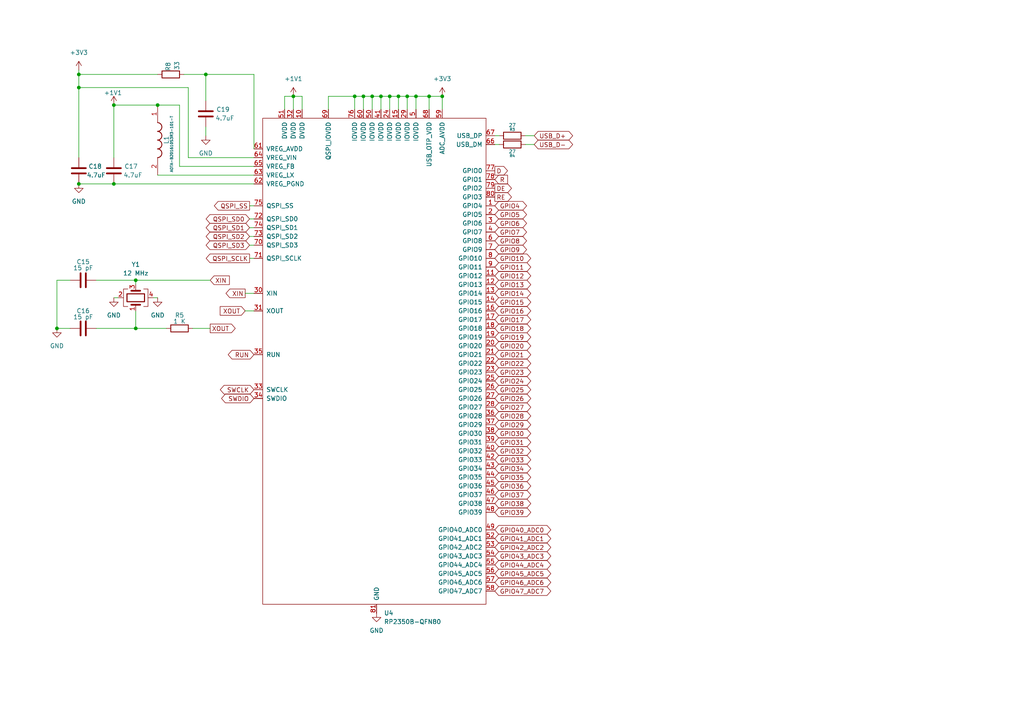
<source format=kicad_sch>
(kicad_sch (version 20250114) (generator "eeschema") (generator_version "9.0")
  (paper "A4")
  (lib_symbols
    (symbol "Device:C" (pin_numbers (hide yes)) (pin_names (offset 0.254))
      (property "Reference" "C" (at 0.635 2.54 0))
      (property "Value" "C" (at 0.635 -2.54 0))
      (symbol "C_0_1"
        (polyline (pts (xy -2.032 0.762) (xy 2.032 0.762)) (stroke (width 0.508)))
        (polyline (pts (xy -2.032 -0.762) (xy 2.032 -0.762)) (stroke (width 0.508)))
      )
      (symbol "C_1_1"
        (pin passive line (at 0 3.81 270) (length 2.794) (name "~") (number "1"))
        (pin passive line (at 0 -3.81 90) (length 2.794) (name "~") (number "2"))
      )
    )
    (symbol "Device:Crystal_GND24" (pin_names (offset 1.016) (hide yes))
      (property "Reference" "Y" (at 3.175 5.08 0))
      (property "Value" "Crystal_GND24" (at 3.175 3.175 0))
      (symbol "Crystal_GND24_0_1"
        (polyline (pts (xy -2.54 2.286) (xy -2.54 3.556) (xy 2.54 3.556) (xy 2.54 2.286)))
        (polyline (pts (xy -2.54 0) (xy -2.032 0)))
        (polyline (pts (xy -2.54 -2.286) (xy -2.54 -3.556) (xy 2.54 -3.556) (xy 2.54 -2.286)))
        (polyline (pts (xy -2.032 -1.27) (xy -2.032 1.27)) (stroke (width 0.508)))
        (rectangle (start -1.143 2.54) (end 1.143 -2.54) (stroke (width 0.3048)))
        (polyline (pts (xy 0 3.556) (xy 0 3.81)))
        (polyline (pts (xy 0 -3.81) (xy 0 -3.556)))
        (polyline (pts (xy 2.032 0) (xy 2.54 0)))
        (polyline (pts (xy 2.032 -1.27) (xy 2.032 1.27)) (stroke (width 0.508)))
      )
      (symbol "Crystal_GND24_1_1"
        (pin passive line (at -3.81 0 0) (length 1.27) (name "1") (number "1"))
        (pin passive line (at 0 5.08 270) (length 1.27) (name "2") (number "2"))
        (pin passive line (at 0 -5.08 90) (length 1.27) (name "4") (number "4"))
        (pin passive line (at 3.81 0 180) (length 1.27) (name "3") (number "3"))
      )
    )
    (symbol "Device:R" (pin_numbers (hide yes)) (pin_names (offset 0))
      (property "Reference" "R" (at 2.032 0 90))
      (property "Value" "R" (at 0 0 90))
      (symbol "R_0_1"
        (rectangle (start -1.016 -2.54) (end 1.016 2.54) (stroke (width 0.254)))
      )
      (symbol "R_1_1"
        (pin passive line (at 0 3.81 270) (length 1.27) (name "~") (number "1"))
        (pin passive line (at 0 -3.81 90) (length 1.27) (name "~") (number "2"))
      )
    )
    (symbol "PLB:AOTA-B201610S3R3-101-T" (pin_names (hide yes))
      (property "Reference" "L" (at 16.51 6.35 0))
      (property "Value" "AOTA-B201610S3R3-101-T" (at 16.51 3.81 0))
      (symbol "AOTA-B201610S3R3-101-T_1_1"
        (arc (start 5.08 0) (mid 6.35 1.219) (end 7.62 0) (stroke (width 0.254)))
        (arc (start 7.62 0) (mid 8.89 1.219) (end 10.16 0) (stroke (width 0.254)))
        (arc (start 10.16 0) (mid 11.43 1.219) (end 12.7 0) (stroke (width 0.254)))
        (arc (start 12.7 0) (mid 13.97 1.219) (end 15.24 0) (stroke (width 0.254)))
        (pin passive line (at 0 0 0) (length 5.08) (name "1") (number "1"))
        (pin passive line (at 20.32 0 180) (length 5.08) (name "2") (number "2"))
      )
    )
    (symbol "power:+1V1" (power) (pin_numbers (hide yes)) (pin_names (offset 0) (hide yes))
      (property "Value" "+1V1" (at 0 3.556 0))
      (symbol "+1V1_0_1"
        (polyline (pts (xy -0.762 1.27) (xy 0 2.54)))
        (polyline (pts (xy 0 2.54) (xy 0.762 1.27)))
        (polyline (pts (xy 0 0) (xy 0 2.54)))
      )
      (symbol "+1V1_1_1"
        (pin power_in line (at 0 0 90) (length 0) (name "~") (number "1"))
      )
    )
    (symbol "power:+3V3" (power) (pin_numbers (hide yes)) (pin_names (offset 0) (hide yes))
      (property "Value" "+3V3" (at 0 3.556 0))
      (symbol "+3V3_0_1"
        (polyline (pts (xy -0.762 1.27) (xy 0 2.54)))
        (polyline (pts (xy 0 2.54) (xy 0.762 1.27)))
        (polyline (pts (xy 0 0) (xy 0 2.54)))
      )
      (symbol "+3V3_1_1"
        (pin power_in line (at 0 0 90) (length 0) (name "~") (number "1"))
      )
    )
    (symbol "power:GND" (power) (pin_numbers (hide yes)) (pin_names (offset 0) (hide yes))
      (property "Value" "GND" (at 0 -3.81 0))
      (symbol "GND_0_1"
        (polyline (pts (xy 0 0) (xy 0 -1.27) (xy 1.27 -1.27) (xy 0 -2.54) (xy -1.27 -1.27) (xy 0 -1.27)))
      )
      (symbol "GND_1_1"
        (pin power_in line (at 0 0 270) (length 0) (name "~") (number "1"))
      )
    )
    (symbol "rp2350b-qfn80:RP2350B-QFN80" (pin_names (offset 1.016))
      (property "Reference" "U" (at 0 -1.27 0))
      (property "Value" "RP2350B-QFN80" (at 0 1.27 0))
      (symbol "RP2350B-QFN80_0_1"
        (rectangle (start 31.75 66.04) (end -33.02 -74.93))
      )
      (symbol "RP2350B-QFN80_1_0"
        (pin passive line (at 0 -77.47 90) (length 2.54) (name "GND") (number "81"))
      )
      (symbol "RP2350B-QFN80_1_1"
        (pin power_in line (at -35.56 57.15 0) (length 2.54) (name "VREG_AVDD") (number "61"))
        (pin power_in line (at -35.56 54.61 0) (length 2.54) (name "VREG_VIN") (number "64"))
        (pin power_in line (at -35.56 52.07 0) (length 2.54) (name "VREG_FB") (number "65"))
        (pin power_out line (at -35.56 49.53 0) (length 2.54) (name "VREG_LX") (number "63"))
        (pin passive line (at -35.56 46.99 0) (length 2.54) (name "VREG_PGND") (number "62"))
        (pin bidirectional line (at -35.56 40.64 0) (length 2.54) (name "QSPI_SS") (number "75"))
        (pin bidirectional line (at -35.56 36.83 0) (length 2.54) (name "QSPI_SD0") (number "72"))
        (pin bidirectional line (at -35.56 34.29 0) (length 2.54) (name "QSPI_SD1") (number "74"))
        (pin bidirectional line (at -35.56 31.75 0) (length 2.54) (name "QSPI_SD2") (number "73"))
        (pin bidirectional line (at -35.56 29.21 0) (length 2.54) (name "QSPI_SD3") (number "70"))
        (pin bidirectional line (at -35.56 25.4 0) (length 2.54) (name "QSPI_SCLK") (number "71"))
        (pin input line (at -35.56 15.24 0) (length 2.54) (name "XIN") (number "30"))
        (pin output line (at -35.56 10.16 0) (length 2.54) (name "XOUT") (number "31"))
        (pin input line (at -35.56 -2.54 0) (length 2.54) (name "RUN") (number "35"))
        (pin bidirectional line (at -35.56 -12.7 0) (length 2.54) (name "SWCLK") (number "33"))
        (pin bidirectional line (at -35.56 -15.24 0) (length 2.54) (name "SWDIO") (number "34"))
        (pin power_in line (at -26.67 68.58 270) (length 2.54) (name "DVDD") (number "51"))
        (pin power_in line (at -24.13 68.58 270) (length 2.54) (name "DVDD") (number "32"))
        (pin power_in line (at -21.59 68.58 270) (length 2.54) (name "DVDD") (number "10"))
        (pin bidirectional line (at -13.97 68.58 270) (length 2.54) (name "QSPI_IOVDD") (number "69"))
        (pin power_in line (at -6.35 68.58 270) (length 2.54) (name "IOVDD") (number "76"))
        (pin power_in line (at -3.81 68.58 270) (length 2.54) (name "IOVDD") (number "60"))
        (pin power_in line (at -1.27 68.58 270) (length 2.54) (name "IOVDD") (number "50"))
        (pin power_in line (at 1.27 68.58 270) (length 2.54) (name "IOVDD") (number "41"))
        (pin power_in line (at 3.81 68.58 270) (length 2.54) (name "IOVDD") (number "24"))
        (pin power_in line (at 6.35 68.58 270) (length 2.54) (name "IOVDD") (number "15"))
        (pin power_in line (at 8.89 68.58 270) (length 2.54) (name "IOVDD") (number "29"))
        (pin power_in line (at 11.43 68.58 270) (length 2.54) (name "IOVDD") (number "5"))
        (pin power_in line (at 15.24 68.58 270) (length 2.54) (name "USB_OTP_VDD") (number "68"))
        (pin power_in line (at 19.05 68.58 270) (length 2.54) (name "ADC_AVDD") (number "59"))
        (pin bidirectional line (at 34.29 60.96 180) (length 2.54) (name "USB_DP") (number "67"))
        (pin bidirectional line (at 34.29 58.42 180) (length 2.54) (name "USB_DM") (number "66"))
        (pin bidirectional line (at 34.29 50.8 180) (length 2.54) (name "GPIO0") (number "77"))
        (pin bidirectional line (at 34.29 48.26 180) (length 2.54) (name "GPIO1") (number "78"))
        (pin bidirectional line (at 34.29 45.72 180) (length 2.54) (name "GPIO2") (number "79"))
        (pin bidirectional line (at 34.29 43.18 180) (length 2.54) (name "GPIO3") (number "80"))
        (pin bidirectional line (at 34.29 40.64 180) (length 2.54) (name "GPIO4") (number "1"))
        (pin bidirectional line (at 34.29 38.1 180) (length 2.54) (name "GPIO5") (number "2"))
        (pin bidirectional line (at 34.29 35.56 180) (length 2.54) (name "GPIO6") (number "3"))
        (pin bidirectional line (at 34.29 33.02 180) (length 2.54) (name "GPIO7") (number "4"))
        (pin bidirectional line (at 34.29 30.48 180) (length 2.54) (name "GPIO8") (number "6"))
        (pin bidirectional line (at 34.29 27.94 180) (length 2.54) (name "GPIO9") (number "7"))
        (pin bidirectional line (at 34.29 25.4 180) (length 2.54) (name "GPIO10") (number "8"))
        (pin bidirectional line (at 34.29 22.86 180) (length 2.54) (name "GPIO11") (number "9"))
        (pin bidirectional line (at 34.29 20.32 180) (length 2.54) (name "GPIO12") (number "11"))
        (pin bidirectional line (at 34.29 17.78 180) (length 2.54) (name "GPIO13") (number "12"))
        (pin bidirectional line (at 34.29 15.24 180) (length 2.54) (name "GPIO14") (number "13"))
        (pin bidirectional line (at 34.29 12.7 180) (length 2.54) (name "GPIO15") (number "14"))
        (pin bidirectional line (at 34.29 10.16 180) (length 2.54) (name "GPIO16") (number "16"))
        (pin bidirectional line (at 34.29 7.62 180) (length 2.54) (name "GPIO17") (number "17"))
        (pin bidirectional line (at 34.29 5.08 180) (length 2.54) (name "GPIO18") (number "18"))
        (pin bidirectional line (at 34.29 2.54 180) (length 2.54) (name "GPIO19") (number "19"))
        (pin bidirectional line (at 34.29 0 180) (length 2.54) (name "GPIO20") (number "20"))
        (pin bidirectional line (at 34.29 -2.54 180) (length 2.54) (name "GPIO21") (number "21"))
        (pin bidirectional line (at 34.29 -5.08 180) (length 2.54) (name "GPIO22") (number "22"))
        (pin bidirectional line (at 34.29 -7.62 180) (length 2.54) (name "GPIO23") (number "23"))
        (pin bidirectional line (at 34.29 -10.16 180) (length 2.54) (name "GPIO24") (number "25"))
        (pin bidirectional line (at 34.29 -12.7 180) (length 2.54) (name "GPIO25") (number "26"))
        (pin bidirectional line (at 34.29 -15.24 180) (length 2.54) (name "GPIO26") (number "27"))
        (pin bidirectional line (at 34.29 -17.78 180) (length 2.54) (name "GPIO27") (number "28"))
        (pin bidirectional line (at 34.29 -20.32 180) (length 2.54) (name "GPIO28") (number "36"))
        (pin bidirectional line (at 34.29 -22.86 180) (length 2.54) (name "GPIO29") (number "37"))
        (pin bidirectional line (at 34.29 -25.4 180) (length 2.54) (name "GPIO30") (number "38"))
        (pin bidirectional line (at 34.29 -27.94 180) (length 2.54) (name "GPIO31") (number "39"))
        (pin bidirectional line (at 34.29 -30.48 180) (length 2.54) (name "GPIO32") (number "40"))
        (pin bidirectional line (at 34.29 -33.02 180) (length 2.54) (name "GPIO33") (number "42"))
        (pin bidirectional line (at 34.29 -35.56 180) (length 2.54) (name "GPIO34") (number "43"))
        (pin bidirectional line (at 34.29 -38.1 180) (length 2.54) (name "GPIO35") (number "44"))
        (pin bidirectional line (at 34.29 -40.64 180) (length 2.54) (name "GPIO36") (number "45"))
        (pin bidirectional line (at 34.29 -43.18 180) (length 2.54) (name "GPIO37") (number "46"))
        (pin bidirectional line (at 34.29 -45.72 180) (length 2.54) (name "GPIO38") (number "47"))
        (pin bidirectional line (at 34.29 -48.26 180) (length 2.54) (name "GPIO39") (number "48"))
        (pin bidirectional line (at 34.29 -53.34 180) (length 2.54) (name "GPIO40_ADC0") (number "49"))
        (pin bidirectional line (at 34.29 -55.88 180) (length 2.54) (name "GPIO41_ADC1") (number "52"))
        (pin bidirectional line (at 34.29 -58.42 180) (length 2.54) (name "GPIO42_ADC2") (number "53"))
        (pin bidirectional line (at 34.29 -60.96 180) (length 2.54) (name "GPIO43_ADC3") (number "54"))
        (pin bidirectional line (at 34.29 -63.5 180) (length 2.54) (name "GPIO44_ADC4") (number "55"))
        (pin bidirectional line (at 34.29 -66.04 180) (length 2.54) (name "GPIO45_ADC5") (number "56"))
        (pin bidirectional line (at 34.29 -68.58 180) (length 2.54) (name "GPIO46_ADC6") (number "57"))
        (pin bidirectional line (at 34.29 -71.12 180) (length 2.54) (name "GPIO47_ADC7") (number "58"))
      )
    )
  )
  (junction (at 33.02 30.48))
  (junction (at 85.09 27.94))
  (junction (at 59.69 21.59))
  (junction (at 107.95 27.94))
  (junction (at 39.37 81.28))
  (junction (at 102.87 27.94))
  (junction (at 22.86 25.4))
  (junction (at 16.51 95.25))
  (junction (at 33.02 53.34))
  (junction (at 45.72 30.48))
  (junction (at 115.57 27.94))
  (junction (at 124.46 27.94))
  (junction (at 110.49 27.94))
  (junction (at 120.65 27.94))
  (junction (at 113.03 27.94))
  (junction (at 22.86 21.59))
  (junction (at 22.86 53.34))
  (junction (at 105.41 27.94))
  (junction (at 39.37 95.25))
  (junction (at 118.11 27.94))
  (junction (at 128.27 27.94))
  (wire (pts (xy 55.88 95.25) (xy 60.96 95.25)))
  (wire (pts (xy 33.02 86.36) (xy 34.29 86.36)))
  (wire (pts (xy 113.03 31.75) (xy 113.03 27.94)))
  (wire (pts (xy 16.51 81.28) (xy 16.51 95.25)))
  (wire (pts (xy 33.02 45.72) (xy 33.02 30.48)))
  (wire (pts (xy 118.11 31.75) (xy 118.11 27.94)))
  (wire (pts (xy 52.07 30.48) (xy 45.72 30.48)))
  (wire (pts (xy 115.57 31.75) (xy 115.57 27.94)))
  (wire (pts (xy 27.94 95.25) (xy 39.37 95.25)))
  (wire (pts (xy 105.41 31.75) (xy 105.41 27.94)))
  (wire (pts (xy 110.49 27.94) (xy 113.03 27.94)))
  (wire (pts (xy 102.87 27.94) (xy 102.87 31.75)))
  (wire (pts (xy 54.61 45.72) (xy 73.66 45.72)))
  (wire (pts (xy 85.09 27.94) (xy 85.09 31.75)))
  (wire (pts (xy 27.94 81.28) (xy 39.37 81.28)))
  (wire (pts (xy 128.27 31.75) (xy 128.27 27.94)))
  (wire (pts (xy 107.95 27.94) (xy 105.41 27.94)))
  (wire (pts (xy 72.39 66.04) (xy 73.66 66.04)))
  (wire (pts (xy 124.46 31.75) (xy 124.46 27.94)))
  (wire (pts (xy 16.51 95.25) (xy 20.32 95.25)))
  (wire (pts (xy 73.66 21.59) (xy 59.69 21.59)))
  (wire (pts (xy 102.87 27.94) (xy 105.41 27.94)))
  (wire (pts (xy 82.55 27.94) (xy 85.09 27.94)))
  (wire (pts (xy 45.72 50.8) (xy 73.66 50.8)))
  (wire (pts (xy 72.39 68.58) (xy 73.66 68.58)))
  (wire (pts (xy 71.12 85.09) (xy 73.66 85.09)))
  (wire (pts (xy 87.63 27.94) (xy 85.09 27.94)))
  (wire (pts (xy 72.39 71.12) (xy 73.66 71.12)))
  (wire (pts (xy 115.57 27.94) (xy 113.03 27.94)))
  (wire (pts (xy 39.37 81.28) (xy 39.37 82.55)))
  (wire (pts (xy 87.63 31.75) (xy 87.63 27.94)))
  (wire (pts (xy 95.25 31.75) (xy 95.25 27.94)))
  (wire (pts (xy 73.66 43.18) (xy 73.66 21.59)))
  (wire (pts (xy 143.51 41.91) (xy 144.78 41.91)))
  (wire (pts (xy 22.86 45.72) (xy 22.86 25.4)))
  (wire (pts (xy 120.65 31.75) (xy 120.65 27.94)))
  (wire (pts (xy 143.51 39.37) (xy 144.78 39.37)))
  (wire (pts (xy 73.66 48.26) (xy 52.07 48.26)))
  (wire (pts (xy 120.65 27.94) (xy 118.11 27.94)))
  (wire (pts (xy 22.86 53.34) (xy 33.02 53.34)))
  (wire (pts (xy 52.07 48.26) (xy 52.07 30.48)))
  (wire (pts (xy 53.34 21.59) (xy 59.69 21.59)))
  (wire (pts (xy 39.37 81.28) (xy 60.96 81.28)))
  (wire (pts (xy 118.11 27.94) (xy 115.57 27.94)))
  (wire (pts (xy 20.32 81.28) (xy 16.51 81.28)))
  (wire (pts (xy 22.86 21.59) (xy 22.86 25.4)))
  (wire (pts (xy 124.46 27.94) (xy 128.27 27.94)))
  (wire (pts (xy 154.94 41.91) (xy 152.4 41.91)))
  (wire (pts (xy 33.02 30.48) (xy 45.72 30.48)))
  (wire (pts (xy 107.95 31.75) (xy 107.95 27.94)))
  (wire (pts (xy 39.37 95.25) (xy 48.26 95.25)))
  (wire (pts (xy 110.49 27.94) (xy 107.95 27.94)))
  (wire (pts (xy 72.39 74.93) (xy 73.66 74.93)))
  (wire (pts (xy 59.69 36.83) (xy 59.69 39.37)))
  (wire (pts (xy 22.86 25.4) (xy 54.61 25.4)))
  (wire (pts (xy 54.61 25.4) (xy 54.61 45.72)))
  (wire (pts (xy 72.39 59.69) (xy 73.66 59.69)))
  (wire (pts (xy 39.37 90.17) (xy 39.37 95.25)))
  (wire (pts (xy 154.94 39.37) (xy 152.4 39.37)))
  (wire (pts (xy 82.55 31.75) (xy 82.55 27.94)))
  (wire (pts (xy 110.49 31.75) (xy 110.49 27.94)))
  (wire (pts (xy 45.72 21.59) (xy 22.86 21.59)))
  (wire (pts (xy 22.86 20.32) (xy 22.86 21.59)))
  (wire (pts (xy 95.25 27.94) (xy 102.87 27.94)))
  (wire (pts (xy 59.69 21.59) (xy 59.69 29.21)))
  (wire (pts (xy 71.12 90.17) (xy 73.66 90.17)))
  (wire (pts (xy 120.65 27.94) (xy 124.46 27.94)))
  (wire (pts (xy 44.45 86.36) (xy 45.72 86.36)))
  (wire (pts (xy 72.39 63.5) (xy 73.66 63.5)))
  (wire (pts (xy 33.02 53.34) (xy 73.66 53.34)))
  (global_label "GPIO29" (shape bidirectional) (at 143.51 123.19 0) (property "Intersheetrefs" "${INTERSHEET_REFS}" (effects (hide yes))))
  (global_label "QSPI_SS" (shape output) (at 72.39 59.69 180) (property "Intersheetrefs" "${INTERSHEET_REFS}" (effects (hide yes))))
  (global_label "SWCLK" (shape bidirectional) (at 73.66 113.03 180) (property "Intersheetrefs" "${INTERSHEET_REFS}" (effects (hide yes))))
  (global_label "GPIO26" (shape bidirectional) (at 143.51 115.57 0) (property "Intersheetrefs" "${INTERSHEET_REFS}" (effects (hide yes))))
  (global_label "GPIO27" (shape bidirectional) (at 143.51 118.11 0) (property "Intersheetrefs" "${INTERSHEET_REFS}" (effects (hide yes))))
  (global_label "GPIO34" (shape bidirectional) (at 143.51 135.89 0) (property "Intersheetrefs" "${INTERSHEET_REFS}" (effects (hide yes))))
  (global_label "GPIO45_ADC5" (shape bidirectional) (at 143.51 166.37 0) (property "Intersheetrefs" "${INTERSHEET_REFS}" (effects (hide yes))))
  (global_label "RUN" (shape bidirectional) (at 73.66 102.87 180) (property "Intersheetrefs" "${INTERSHEET_REFS}" (effects (hide yes))))
  (global_label "RE" (shape output) (at 143.51 57.15 0) (property "Intersheetrefs" "${INTERSHEET_REFS}" (effects (hide yes))))
  (global_label "XIN" (shape output) (at 71.12 85.09 180) (property "Intersheetrefs" "${INTERSHEET_REFS}" (effects (hide yes))))
  (global_label "GPIO10" (shape bidirectional) (at 143.51 74.93 0) (property "Intersheetrefs" "${INTERSHEET_REFS}" (effects (hide yes))))
  (global_label "GPIO25" (shape bidirectional) (at 143.51 113.03 0) (property "Intersheetrefs" "${INTERSHEET_REFS}" (effects (hide yes))))
  (global_label "SWDIO" (shape bidirectional) (at 73.66 115.57 180) (property "Intersheetrefs" "${INTERSHEET_REFS}" (effects (hide yes))))
  (global_label "GPIO17" (shape bidirectional) (at 143.51 92.71 0) (property "Intersheetrefs" "${INTERSHEET_REFS}" (effects (hide yes))))
  (global_label "QSPI_SCLK" (shape output) (at 72.39 74.93 180) (property "Intersheetrefs" "${INTERSHEET_REFS}" (effects (hide yes))))
  (global_label "QSPI_SD1" (shape bidirectional) (at 72.39 66.04 180) (property "Intersheetrefs" "${INTERSHEET_REFS}" (effects (hide yes))))
  (global_label "QSPI_SD3" (shape bidirectional) (at 72.39 71.12 180) (property "Intersheetrefs" "${INTERSHEET_REFS}" (effects (hide yes))))
  (global_label "GPIO30" (shape bidirectional) (at 143.51 125.73 0) (property "Intersheetrefs" "${INTERSHEET_REFS}" (effects (hide yes))))
  (global_label "GPIO40_ADC0" (shape bidirectional) (at 143.51 153.67 0) (property "Intersheetrefs" "${INTERSHEET_REFS}" (effects (hide yes))))
  (global_label "GPIO5" (shape bidirectional) (at 143.51 62.23 0) (property "Intersheetrefs" "${INTERSHEET_REFS}" (effects (hide yes))))
  (global_label "GPIO12" (shape bidirectional) (at 143.51 80.01 0) (property "Intersheetrefs" "${INTERSHEET_REFS}" (effects (hide yes))))
  (global_label "GPIO35" (shape bidirectional) (at 143.51 138.43 0) (property "Intersheetrefs" "${INTERSHEET_REFS}" (effects (hide yes))))
  (global_label "GPIO7" (shape bidirectional) (at 143.51 67.31 0) (property "Intersheetrefs" "${INTERSHEET_REFS}" (effects (hide yes))))
  (global_label "GPIO8" (shape bidirectional) (at 143.51 69.85 0) (property "Intersheetrefs" "${INTERSHEET_REFS}" (effects (hide yes))))
  (global_label "GPIO42_ADC2" (shape bidirectional) (at 143.51 158.75 0) (property "Intersheetrefs" "${INTERSHEET_REFS}" (effects (hide yes))))
  (global_label "XOUT" (shape output) (at 60.96 95.25 0) (property "Intersheetrefs" "${INTERSHEET_REFS}" (effects (hide yes))))
  (global_label "GPIO24" (shape bidirectional) (at 143.51 110.49 0) (property "Intersheetrefs" "${INTERSHEET_REFS}" (effects (hide yes))))
  (global_label "DE" (shape output) (at 143.51 54.61 0) (property "Intersheetrefs" "${INTERSHEET_REFS}" (effects (hide yes))))
  (global_label "GPIO4" (shape bidirectional) (at 143.51 59.69 0) (property "Intersheetrefs" "${INTERSHEET_REFS}" (effects (hide yes))))
  (global_label "GPIO31" (shape bidirectional) (at 143.51 128.27 0) (property "Intersheetrefs" "${INTERSHEET_REFS}" (effects (hide yes))))
  (global_label "GPIO41_ADC1" (shape bidirectional) (at 143.51 156.21 0) (property "Intersheetrefs" "${INTERSHEET_REFS}" (effects (hide yes))))
  (global_label "GPIO44_ADC4" (shape bidirectional) (at 143.51 163.83 0) (property "Intersheetrefs" "${INTERSHEET_REFS}" (effects (hide yes))))
  (global_label "GPIO43_ADC3" (shape bidirectional) (at 143.51 161.29 0) (property "Intersheetrefs" "${INTERSHEET_REFS}" (effects (hide yes))))
  (global_label "GPIO22" (shape bidirectional) (at 143.51 105.41 0) (property "Intersheetrefs" "${INTERSHEET_REFS}" (effects (hide yes))))
  (global_label "GPIO20" (shape bidirectional) (at 143.51 100.33 0) (property "Intersheetrefs" "${INTERSHEET_REFS}" (effects (hide yes))))
  (global_label "GPIO6" (shape bidirectional) (at 143.51 64.77 0) (property "Intersheetrefs" "${INTERSHEET_REFS}" (effects (hide yes))))
  (global_label "GPIO33" (shape bidirectional) (at 143.51 133.35 0) (property "Intersheetrefs" "${INTERSHEET_REFS}" (effects (hide yes))))
  (global_label "GPIO39" (shape bidirectional) (at 143.51 148.59 0) (property "Intersheetrefs" "${INTERSHEET_REFS}" (effects (hide yes))))
  (global_label "GPIO38" (shape bidirectional) (at 143.51 146.05 0) (property "Intersheetrefs" "${INTERSHEET_REFS}" (effects (hide yes))))
  (global_label "GPIO13" (shape bidirectional) (at 143.51 82.55 0) (property "Intersheetrefs" "${INTERSHEET_REFS}" (effects (hide yes))))
  (global_label "GPIO11" (shape bidirectional) (at 143.51 77.47 0) (property "Intersheetrefs" "${INTERSHEET_REFS}" (effects (hide yes))))
  (global_label "GPIO19" (shape bidirectional) (at 143.51 97.79 0) (property "Intersheetrefs" "${INTERSHEET_REFS}" (effects (hide yes))))
  (global_label "GPIO28" (shape bidirectional) (at 143.51 120.65 0) (property "Intersheetrefs" "${INTERSHEET_REFS}" (effects (hide yes))))
  (global_label "USB_D-" (shape bidirectional) (at 154.94 41.91 0) (property "Intersheetrefs" "${INTERSHEET_REFS}" (effects (hide yes))))
  (global_label "XOUT" (shape input) (at 71.12 90.17 180) (property "Intersheetrefs" "${INTERSHEET_REFS}" (effects (hide yes))))
  (global_label "GPIO21" (shape bidirectional) (at 143.51 102.87 0) (property "Intersheetrefs" "${INTERSHEET_REFS}" (effects (hide yes))))
  (global_label "QSPI_SD2" (shape bidirectional) (at 72.39 68.58 180) (property "Intersheetrefs" "${INTERSHEET_REFS}" (effects (hide yes))))
  (global_label "R" (shape input) (at 143.51 52.07 0) (property "Intersheetrefs" "${INTERSHEET_REFS}" (effects (hide yes))))
  (global_label "D" (shape output) (at 143.51 49.53 0) (property "Intersheetrefs" "${INTERSHEET_REFS}" (effects (hide yes))))
  (global_label "GPIO18" (shape bidirectional) (at 143.51 95.25 0) (property "Intersheetrefs" "${INTERSHEET_REFS}" (effects (hide yes))))
  (global_label "QSPI_SD0" (shape bidirectional) (at 72.39 63.5 180) (property "Intersheetrefs" "${INTERSHEET_REFS}" (effects (hide yes))))
  (global_label "GPIO23" (shape bidirectional) (at 143.51 107.95 0) (property "Intersheetrefs" "${INTERSHEET_REFS}" (effects (hide yes))))
  (global_label "GPIO32" (shape bidirectional) (at 143.51 130.81 0) (property "Intersheetrefs" "${INTERSHEET_REFS}" (effects (hide yes))))
  (global_label "GPIO47_ADC7" (shape bidirectional) (at 143.51 171.45 0) (property "Intersheetrefs" "${INTERSHEET_REFS}" (effects (hide yes))))
  (global_label "XIN" (shape input) (at 60.96 81.28 0) (property "Intersheetrefs" "${INTERSHEET_REFS}" (effects (hide yes))))
  (global_label "USB_D+" (shape bidirectional) (at 154.94 39.37 0) (property "Intersheetrefs" "${INTERSHEET_REFS}" (effects (hide yes))))
  (global_label "GPIO37" (shape bidirectional) (at 143.51 143.51 0) (property "Intersheetrefs" "${INTERSHEET_REFS}" (effects (hide yes))))
  (global_label "GPIO46_ADC6" (shape bidirectional) (at 143.51 168.91 0) (property "Intersheetrefs" "${INTERSHEET_REFS}" (effects (hide yes))))
  (global_label "GPIO14" (shape bidirectional) (at 143.51 85.09 0) (property "Intersheetrefs" "${INTERSHEET_REFS}" (effects (hide yes))))
  (global_label "GPIO9" (shape bidirectional) (at 143.51 72.39 0) (property "Intersheetrefs" "${INTERSHEET_REFS}" (effects (hide yes))))
  (global_label "GPIO16" (shape bidirectional) (at 143.51 90.17 0) (property "Intersheetrefs" "${INTERSHEET_REFS}" (effects (hide yes))))
  (global_label "GPIO36" (shape bidirectional) (at 143.51 140.97 0) (property "Intersheetrefs" "${INTERSHEET_REFS}" (effects (hide yes))))
  (global_label "GPIO15" (shape bidirectional) (at 143.51 87.63 0) (property "Intersheetrefs" "${INTERSHEET_REFS}" (effects (hide yes))))
  (symbol (lib_id "Device:C") (at 22.86 49.53 0) (unit 1)
    (property "Reference" "C18" (at 25.654 48.26 0) (effects (justify left)))
    (property "Value" "4.7uF" (at 25.146 50.8 0) (effects (justify left)))
    (property "Footprint" "Capacitor_SMD:C_0402_1005Metric" (effects (hide yes)))
    (property "Description" "Unpolarized capacitor" (effects (hide yes)))
  )
  (symbol (lib_id "rp2350b-qfn80:RP2350B-QFN80") (at 109.22 100.33 0) (unit 1)
    (property "Reference" "U4" (at 111.3633 177.8 0) (effects (justify left)))
    (property "Value" "RP2350B-QFN80" (at 111.3633 180.34 0) (effects (justify left)))
    (property "Footprint" "Package_DFN_QFN:QFN-80-1EP_10x10mm_P0.4mm_EP3.4x3.4mm" (effects (hide yes)))
  )
  (symbol (lib_id "power:+3V3") (at 22.86 20.32 0) (unit 1)
    (property "Reference" "#PWR023" (effects (hide yes)))
    (property "Value" "+3V3" (at 22.86 15.24 0))
    (property "Description" "Power symbol creates a global label with name \"+3V3\"" (effects (hide yes)))
  )
  (symbol (lib_id "power:+3V3") (at 128.27 27.94 0) (unit 1)
    (property "Reference" "#PWR022" (effects (hide yes)))
    (property "Value" "+3V3" (at 128.27 22.86 0))
    (property "Description" "Power symbol creates a global label with name \"+3V3\"" (effects (hide yes)))
  )
  (symbol (lib_id "Device:C") (at 24.13 81.28 90) (unit 1)
    (property "Reference" "C15" (at 24.13 75.946 90))
    (property "Value" "15 pF" (at 24.13 77.724 90))
    (property "Footprint" "Capacitor_SMD:C_0402_1005Metric" (effects (hide yes)))
    (property "Description" "Unpolarized capacitor" (effects (hide yes)))
  )
  (symbol (lib_id "Device:Crystal_GND24") (at 39.37 86.36 90) (unit 1)
    (property "Reference" "Y1" (at 39.37 76.708 90))
    (property "Value" "12 MHz" (at 39.37 79.248 90))
    (property "Footprint" "Crystal:Crystal_SMD_3225-4Pin_3.2x2.5mm" (effects (hide yes)))
    (property "Description" "Four pin crystal, GND on pins 2 and 4" (effects (hide yes)))
  )
  (symbol (lib_id "power:GND") (at 109.22 177.8 0) (unit 1)
    (property "Reference" "#PWR020" (effects (hide yes)))
    (property "Value" "GND" (at 109.22 182.88 0))
    (property "Description" "Power symbol creates a global label with name \"GND\" , ground" (effects (hide yes)))
  )
  (symbol (lib_id "power:GND") (at 16.51 95.25 0) (unit 1)
    (property "Reference" "#PWR015" (effects (hide yes)))
    (property "Value" "GND" (at 16.51 100.33 0))
    (property "Description" "Power symbol creates a global label with name \"GND\" , ground" (effects (hide yes)))
  )
  (symbol (lib_id "power:GND") (at 45.72 86.36 0) (unit 1)
    (property "Reference" "#PWR013" (effects (hide yes)))
    (property "Value" "GND" (at 45.72 91.44 0))
    (property "Description" "Power symbol creates a global label with name \"GND\" , ground" (effects (hide yes)))
  )
  (symbol (lib_id "power:+1V1") (at 33.02 30.48 0) (unit 1)
    (property "Reference" "#PWR01" (effects (hide yes)))
    (property "Value" "+1V1" (at 32.766 26.924 0))
    (property "Description" "Power symbol creates a global label with name \"+1V1\"" (effects (hide yes)))
  )
  (symbol (lib_id "Device:R") (at 148.59 39.37 270) (unit 1)
    (property "Reference" "R3" (at 148.59 37.592 90) (effects (font (size 0.762 0.762))))
    (property "Value" "27" (at 148.59 36.322 90) (effects (font (size 1.016 1.016))))
    (property "Footprint" "Resistor_SMD:R_0402_1005Metric" (effects (hide yes)))
    (property "Description" "Resistor" (effects (hide yes)))
  )
  (symbol (lib_id "Device:R") (at 52.07 95.25 90) (unit 1)
    (property "Reference" "R5" (at 52.07 91.44 90))
    (property "Value" "1 K" (at 52.07 93.218 90))
    (property "Footprint" "Resistor_SMD:R_0402_1005Metric" (effects (hide yes)))
    (property "Description" "Resistor" (effects (hide yes)))
  )
  (symbol (lib_id "Device:R") (at 49.53 21.59 90) (unit 1)
    (property "Reference" "R8" (at 48.768 19.304 0))
    (property "Value" "33" (at 51.308 19.05 0))
    (property "Footprint" "Resistor_SMD:R_0402_1005Metric" (effects (hide yes)))
    (property "Description" "Resistor" (effects (hide yes)))
  )
  (symbol (lib_id "Device:C") (at 33.02 49.53 0) (unit 1)
    (property "Reference" "C17" (at 36.068 48.26 0) (effects (justify left)))
    (property "Value" "4.7uF" (at 35.814 50.8 0) (effects (justify left)))
    (property "Footprint" "Capacitor_SMD:C_0402_1005Metric" (effects (hide yes)))
    (property "Description" "Unpolarized capacitor" (effects (hide yes)))
  )
  (symbol (lib_id "power:+1V1") (at 85.09 27.94 0) (unit 1)
    (property "Reference" "#PWR021" (effects (hide yes)))
    (property "Value" "+1V1" (at 85.09 22.86 0))
    (property "Description" "Power symbol creates a global label with name \"+1V1\"" (effects (hide yes)))
  )
  (symbol (lib_id "power:GND") (at 59.69 39.37 0) (unit 1)
    (property "Reference" "#PWR07" (effects (hide yes)))
    (property "Value" "GND" (at 59.69 44.45 0))
    (property "Description" "Power symbol creates a global label with name \"GND\" , ground" (effects (hide yes)))
  )
  (symbol (lib_id "power:GND") (at 22.86 53.34 0) (unit 1)
    (property "Reference" "#PWR02" (effects (hide yes)))
    (property "Value" "GND" (at 22.86 58.42 0))
    (property "Description" "Power symbol creates a global label with name \"GND\" , ground" (effects (hide yes)))
  )
  (symbol (lib_id "power:GND") (at 33.02 86.36 0) (unit 1)
    (property "Reference" "#PWR014" (effects (hide yes)))
    (property "Value" "GND" (at 33.02 91.44 0))
    (property "Description" "Power symbol creates a global label with name \"GND\" , ground" (effects (hide yes)))
  )
  (symbol (lib_id "PLB:AOTA-B201610S3R3-101-T") (at 45.72 30.48 270) (unit 1)
    (property "Reference" "L1" (at 48.26 39.3699 0) (effects (justify left)))
    (property "Value" "AOTA-B201610S3R3-101-T" (at 49.784 33.528 0) (effects (font (size 0.762 0.762)) (justify left)))
    (property "Footprint" "JonasLib-Git:AOTAB201610S3R3101T" (effects (hide yes)))
    (property "Datasheet" "https://abracon.com/datasheets/AOTA-B201610S3R3-101-T.pdf" (effects (hide yes)))
    (property "Description" "Power Inductors - SMD IND 3.3uH" (effects (hide yes)))
    (property "Height" "1" (effects (hide yes)))
    (property "Mouser Part Number" "815-AB201610S3R3101T" (effects (hide yes)))
    (property "Mouser Price/Stock" "https://www.mouser.co.uk/ProductDetail/ABRACON/AOTA-B201610S3R3-101-T?qs=%252BXxaIXUDbq0IZvJW%2F2mv4w%3D%3D" (effects (hide yes)))
    (property "Manufacturer_Name" "ABRACON" (effects (hide yes)))
    (property "Manufacturer_Part_Number" "AOTA-B201610S3R3-101-T" (effects (hide yes)))
  )
  (symbol (lib_id "Device:C") (at 59.69 33.02 0) (unit 1)
    (property "Reference" "C19" (at 62.738 31.75 0) (effects (justify left)))
    (property "Value" "4.7uF" (at 62.484 34.29 0) (effects (justify left)))
    (property "Footprint" "Capacitor_SMD:C_0402_1005Metric" (effects (hide yes)))
    (property "Description" "Unpolarized capacitor" (effects (hide yes)))
  )
  (symbol (lib_id "Device:C") (at 24.13 95.25 90) (unit 1)
    (property "Reference" "C16" (at 24.13 90.17 90))
    (property "Value" "15 pF" (at 24.13 91.948 90))
    (property "Footprint" "Capacitor_SMD:C_0402_1005Metric" (effects (hide yes)))
    (property "Description" "Unpolarized capacitor" (effects (hide yes)))
  )
  (symbol (lib_id "Device:R") (at 148.59 41.91 90) (unit 1)
    (property "Reference" "R4" (at 148.59 45.212 90) (effects (font (size 0.762 0.762))))
    (property "Value" "27" (at 148.59 43.942 90) (effects (font (size 1.016 1.016))))
    (property "Footprint" "Resistor_SMD:R_0402_1005Metric" (effects (hide yes)))
    (property "Description" "Resistor" (effects (hide yes)))
  )
)
</source>
